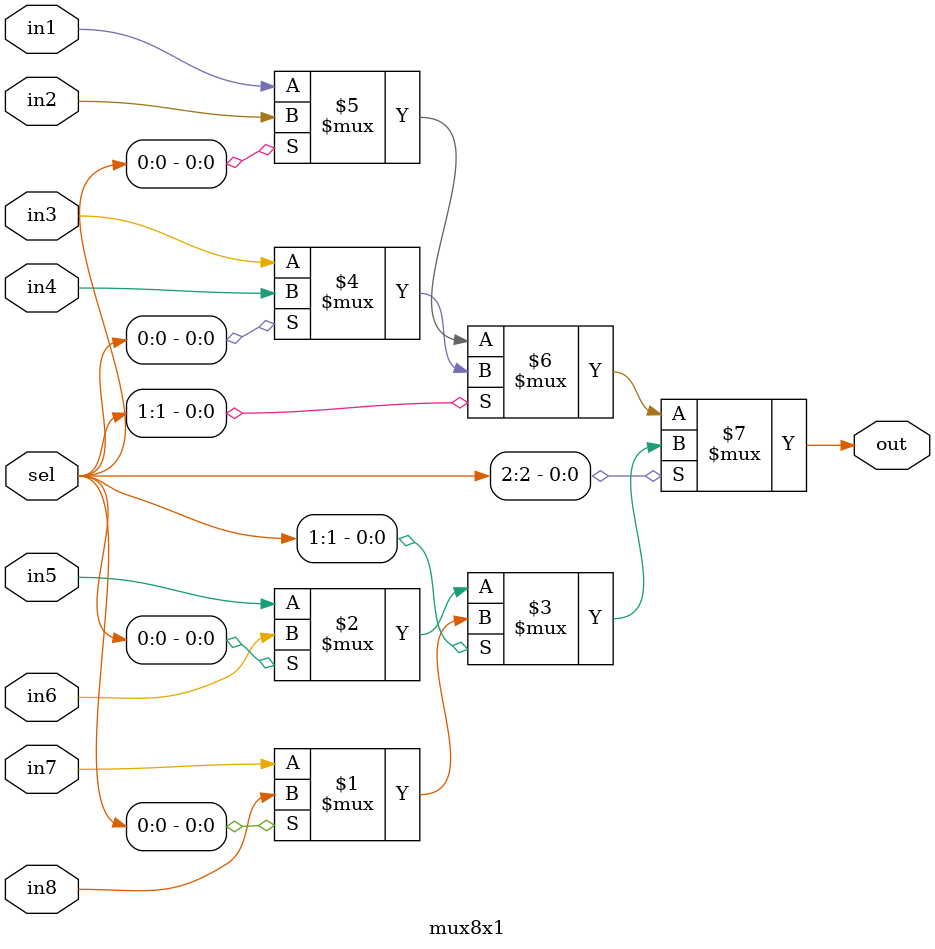
<source format=v>


module mux8x1 #(parameter width = 1)(
                                     input [width-1:0] in1,
                                     input [width-1:0] in2,
                                     input [width-1:0] in3,
                                     input [width-1:0] in4,
                                     input [width-1:0] in5,
                                     input [width-1:0] in6,
                                     input [width-1:0] in7,
                                     input [width-1:0] in8,
                                     input [2:0] sel,
                                     output [width-1:0] out
                                    );

assign out = sel[2]?(sel[1]?(sel[0]?(in8):(in7)):(sel[0]?(in6):(in5))):(sel[1]?(sel[0]?(in4):(in3)):(sel[0]?(in2):(in1)));


endmodule

</source>
